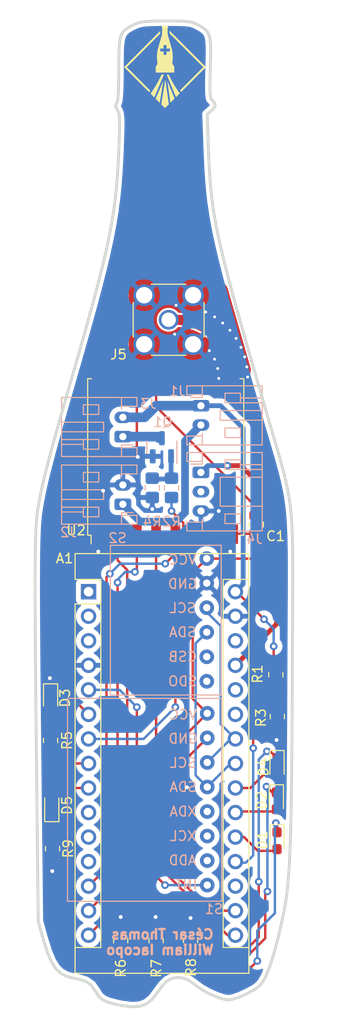
<source format=kicad_pcb>
(kicad_pcb (version 20211014) (generator pcbnew)
  (layers (0 "F.Cu" signal) (31 "B.Cu" signal) (34 "B.Paste" user) (35 "F.Paste" user) (36 "B.SilkS" user "B.Silkscreen") (37 "F.SilkS" user "F.Silkscreen") (38 "B.Mask" user) (39 "F.Mask" user) (44 "Edge.Cuts" user))
  (net 0 "")
  (net 4 "GND")
  (net 5 "/TE_INT")
  (net 6 "Net-(A1-Pad8)")
  (net 8 "/BUZZER")
  (net 9 "/TE_CS")
  (net 10 "/TE_MOSI")
  (net 11 "/TE_MISO")
  (net 12 "/TE_SCK")
  (net 13 "+3V3")
  (net 15 "/LED4")
  (net 16 "/LED1")
  (net 17 "/LED2")
  (net 20 "+5V")
  (net 22 "Net-(D3-Pad2)")
  (net 27 "/IMU_INT")
  (net 28 "/PYRO")
  (net 29 "/S_SDA")
  (net 30 "/S_SCL")
  (net 31 "+BATT")
  (net 32 "/BATT_SW")
  (net 33 "/PWM_1")
  (net 34 "Net-(J5-Pad1)")
  (net 35 "Net-(Q1-Pad1)")
  (net 42 "/LED3")
  (net 44 "Net-(D1-Pad1)")
  (net 45 "/V_BATT")
  (net 47 "Net-(D2-Pad1)")
  (net 48 "Net-(D4-Pad1)")
  (net 49 "Net-(D5-Pad1)")
  (net 50 "Net-(J3-Pad1)")
  (footprint "LED_SMD:LED_0603_1608Metric_Pad1.05x0.95mm_HandSolder" (layer "F.Cu") (at 162.75 126.15 -90)
    (fp_text reference "D4" (at 0.05 1.4 90) (layer "F.SilkS"))
    (fp_text value "LED")
    (pad "1" smd roundrect (at -0.875 0 270) (size 1.05 0.95) (layers "F.Cu" "F.Paste" "F.Mask") (net 48 "Net-(D4-Pad1)"))
    (pad "2" smd roundrect (at 0.875 0 270) (size 1.05 0.95) (layers "F.Cu" "F.Paste" "F.Mask") (net 42 "/LED3"))
  )
  (footprint "RF_Module:HOPERF_RFM9XW_SMD" (layer "F.Cu") (at 151.2 94.1 90)
    (fp_text reference "U2" (at -7.6 -9.3 180) (layer "F.SilkS"))
    (fp_text value "RFM95W")
    (pad "1" smd rect (at -8 -7 90) (size 2 1) (layers "F.Cu" "F.Paste" "F.Mask") (net 4 "GND"))
    (pad "2" smd rect (at -8 -5 90) (size 2 1) (layers "F.Cu" "F.Paste" "F.Mask") (net 11 "/TE_MISO"))
    (pad "3" smd rect (at -8 -3 90) (size 2 1) (layers "F.Cu" "F.Paste" "F.Mask") (net 10 "/TE_MOSI"))
    (pad "4" smd rect (at -8 -1 90) (size 2 1) (layers "F.Cu" "F.Paste" "F.Mask") (net 12 "/TE_SCK"))
    (pad "5" smd rect (at -8 1 90) (size 2 1) (layers "F.Cu" "F.Paste" "F.Mask") (net 9 "/TE_CS"))
    (pad "6" smd rect (at -8 3 90) (size 2 1) (layers "F.Cu" "F.Paste" "F.Mask"))
    (pad "7" smd rect (at -8 5 90) (size 2 1) (layers "F.Cu" "F.Paste" "F.Mask"))
    (pad "8" smd rect (at -8 7 90) (size 2 1) (layers "F.Cu" "F.Paste" "F.Mask") (net 4 "GND"))
    (pad "9" smd rect (at 8 7 90) (size 2 1) (layers "F.Cu" "F.Paste" "F.Mask") (net 34 "Net-(J5-Pad1)"))
    (pad "10" smd rect (at 8 5 90) (size 2 1) (layers "F.Cu" "F.Paste" "F.Mask") (net 4 "GND"))
    (pad "11" smd rect (at 8 3 90) (size 2 1) (layers "F.Cu" "F.Paste" "F.Mask"))
    (pad "12" smd rect (at 8 1 90) (size 2 1) (layers "F.Cu" "F.Paste" "F.Mask"))
    (pad "13" smd rect (at 8 -1 90) (size 2 1) (layers "F.Cu" "F.Paste" "F.Mask") (net 13 "+3V3"))
    (pad "14" smd rect (at 8 -3 90) (size 2 1) (layers "F.Cu" "F.Paste" "F.Mask") (net 5 "/TE_INT"))
    (pad "15" smd rect (at 8 -5 90) (size 2 1) (layers "F.Cu" "F.Paste" "F.Mask"))
    (pad "16" smd rect (at 8 -7 90) (size 2 1) (layers "F.Cu" "F.Paste" "F.Mask"))
  )
  (footprint "SanPellegrionique:shape" (layer "F.Cu") (at 156.790532 100.759776)
    (fp_text reference "G***" hide)
    (fp_text value "LOGO" hide)
    (fp_poly (pts (xy -4.51696 -51.778975) (xy -3.773784 -51.761756) (xy -3.242764 -51.720824) (xy -2.851115 -51.646607) (xy -2.526059 -51.529537) (xy -2.194812 -51.360044) (xy -2.151366 -51.335826) (xy -1.713933 -51.074635) (xy -1.389631 -50.813123) (xy -1.163781 -50.496325) (xy -1.0217 -50.069278) (xy -0.948708 -49.477017) (xy -0.930123 -48.664578) (xy -0.951264 -47.576998) (xy -0.971902 -46.920145) (xy -1.002242 -45.680407) (xy -1.002722 -44.726336) (xy -0.973864 -44.079611) (xy -0.916187 -43.761913) (xy -0.895459 -43.735182) (xy -0.670744 -43.497596) (xy -0.532855 -43.280289) (xy -0.458449 -42.992758) (xy -0.622827 -42.714285) (xy -0.821076 -42.53004) (xy -1.293859 -42.124648) (xy -1.17236 -38.815493) (xy -1.122045 -37.559575) (xy -1.063373 -36.395234) (xy -0.990358 -35.294877) (xy -0.897014 -34.230916) (xy -0.777358 -33.17576) (xy -0.625403 -32.101818) (xy -0.435165 -30.9815) (xy -0.200658 -29.787215) (xy 0.084103 -28.491374) (xy 0.425103 -27.066386) (xy 0.828327 -25.48466) (xy 1.299761 -23.718606) (xy 1.845389 -21.740634) (xy 2.471198 -19.523153) (xy 3.183171 -17.038573) (xy 3.987295 -14.259303) (xy 4.646205 -11.993221) (xy 5.150591 -10.273247) (xy 5.594805 -8.771059) (xy 5.982567 -7.453644) (xy 6.317601 -6.28799) (xy 6.603627 -5.241086) (xy 6.844367 -4.279917) (xy 7.043543 -3.371473) (xy 7.204876 -2.482741) (xy 7.332089 -1.580709) (xy 7.428903 -0.632365) (xy 7.49904 0.395305) (xy 7.54622 1.535311) (xy 7.574167 2.820666) (xy 7.586602 4.284383) (xy 7.587246 5.959474) (xy 7.579821 7.878951) (xy 7.568048 10.075826) (xy 7.55565 12.583112) (xy 7.551025 13.773239) (xy 7.537577 17.217892) (xy 7.521811 20.326254) (xy 7.502993 23.119778) (xy 7.480392 25.619915) (xy 7.453277 27.848119) (xy 7.420916 29.825842) (xy 7.382576 31.574536) (xy 7.337527 33.115653) (xy 7.285036 34.470645) (xy 7.224371 35.660966) (xy 7.154802 36.708067) (xy 7.075596 37.6334) (xy 6.98602 38.458419) (xy 6.885345 39.204575) (xy 6.772837 39.89332) (xy 6.647766 40.546107) (xy 6.635785 40.604225) (xy 6.167272 42.720089) (xy 5.709328 44.497441) (xy 5.26359 45.93065) (xy 4.8317 47.014081) (xy 4.683719 47.310342) (xy 4.391749 47.79548) (xy 4.066947 48.157838) (xy 3.611813 48.482214) (xy 2.928845 48.853407) (xy 2.882248 48.877113) (xy 2.043895 49.255458) (xy 1.327106 49.48832) (xy 0.914643 49.547746) (xy 0.327025 49.449684) (xy -0.430714 49.190108) (xy -1.241364 48.82063) (xy -1.987715 48.392863) (xy -2.414789 48.081672) (xy -3.115548 47.564976) (xy -3.716486 47.294706) (xy -4.272782 47.222535) (xy -4.890671 47.298216) (xy -5.418149 47.559903) (xy -5.928666 48.059562) (xy -6.429544 48.748426) (xy -6.993245 49.477777) (xy -7.589894 49.960461) (xy -8.284533 50.215646) (xy -9.142205 50.262499) (xy -10.227955 50.120187) (xy -10.732395 50.016421) (xy -11.573467 49.794671) (xy -12.149716 49.533247) (xy -12.553556 49.173404) (xy -12.877403 48.656398) (xy -12.880044 48.651226) (xy -13.310824 48.03569) (xy -13.90731 47.622836) (xy -14.747084 47.365243) (xy -15.077168 47.308263) (xy -15.844359 47.126587) (xy -16.475197 46.807151) (xy -17.002398 46.307628) (xy -17.458681 45.585689) (xy -17.876763 44.599006) (xy -18.289361 43.305249) (xy -18.357954 43.06371) (xy -18.821663 41.409155) (xy -18.96588 28.440845) (xy -19.006575 24.736332) (xy -19.042323 21.371449) (xy -19.073068 18.328112) (xy -19.098758 15.588236) (xy -19.119339 13.133738) (xy -19.134758 10.946535) (xy -19.144961 9.008542) (xy -19.149896 7.301676) (xy -19.149508 5.807854) (xy -19.143745 4.50899) (xy -19.132553 3.387003) (xy -19.115878 2.423808) (xy -19.093667 1.60132) (xy -19.065867 0.901458) (xy -19.032425 0.306136) (xy -18.993287 -0.202728) (xy -18.948399 -0.643219) (xy -18.897708 -1.033421) (xy -18.878487 -1.162095) (xy -18.750841 -1.930735) (xy -18.595969 -2.743293) (xy -18.405247 -3.633151) (xy -18.17005 -4.633692) (xy -17.881753 -5.778301) (xy -17.531731 -7.10036) (xy -17.11136 -8.633254) (xy -16.612013 -10.410365) (xy -16.025066 -12.465076) (xy -15.389188 -14.667606) (xy -14.568265 -17.514926) (xy -13.846824 -20.054665) (xy -13.217974 -22.320806) (xy -12.674822 -24.347334) (xy -12.210476 -26.168232) (xy -11.818044 -27.817485) (xy -11.490634 -29.329076) (xy -11.221353 -30.736988) (xy -11.003309 -32.075207) (xy -10.82961 -33.377716) (xy -10.693364 -34.678499) (xy -10.587679 -36.01154) (xy -10.505661 -37.410823) (xy -10.440419 -38.910331) (xy -10.433175 -39.104471) (xy -10.395295 -40.247344) (xy -10.380001 -41.089124) (xy -10.390162 -41.685924) (xy -10.428647 -42.093854) (xy -10.498325 -42.369024) (xy -10.602063 -42.567546) (xy -10.610876 -42.580309) (xy -10.794548 -42.934979) (xy -10.727068 -43.200143) (xy -10.682583 -43.258229) (xy -10.5945 -43.503242) (xy -10.530353 -44.012754) (xy -10.488539 -44.812511) (xy -10.467454 -45.92826) (xy -10.464085 -46.765796) (xy -10.458575 -48.04393) (xy -10.430749 -49.017428) (xy -10.363666 -49.739358) (xy -10.240382 -50.262792) (xy -10.043955 -50.640797) (xy -9.757443 -50.926445) (xy -9.363902 -51.172804) (xy -8.997654 -51.359139) (xy -8.626189 -51.526661) (xy -8.261708 -51.643117) (xy -7.829182 -51.7177) (xy -7.253585 -51.759599) (xy -6.459887 -51.778004) (xy -5.545071 -51.78205)) (layer "Edge.Cuts") (width 0.3) (fill none))
  )
  (footprint "Resistor_SMD:R_0805_2012Metric_Pad1.20x1.40mm_HandSolder" (layer "F.Cu") (at 139.25 123.45 90)
    (fp_text reference "R5" (at 0 1.7 90) (layer "F.SilkS"))
    (fp_text value "130R")
    (pad "1" smd roundrect (at -1 0 90) (size 1.2 1.4) (layers "F.Cu" "F.Paste" "F.Mask") (roundrect_rratio 0.208333) (net 6 "Net-(A1-Pad8)"))
    (pad "2" smd roundrect (at 1 0 90) (size 1.2 1.4) (layers "F.Cu" "F.Paste" "F.Mask") (roundrect_rratio 0.208333) (net 22 "Net-(D3-Pad2)"))
  )
  (footprint "Resistor_SMD:R_0805_2012Metric_Pad1.20x1.40mm_HandSolder" (layer "F.Cu") (at 162.625 116.65 -90)
    (fp_text reference "R1" (at -0.075 1.9 -90) (layer "F.SilkS"))
    (fp_text value "68k")
    (pad "1" smd roundrect (at -1 0 270) (size 1.2 1.4) (layers "F.Cu" "F.Paste" "F.Mask") (roundrect_rratio 0.208333) (net 31 "+BATT"))
    (pad "2" smd roundrect (at 1 0 270) (size 1.2 1.4) (layers "F.Cu" "F.Paste" "F.Mask") (roundrect_rratio 0.208333) (net 45 "/V_BATT"))
  )
  (footprint "LED_SMD:LED_0603_1608Metric_Pad1.05x0.95mm_HandSolder" (layer "F.Cu") (at 162.75 133.825 -90)
    (fp_text reference "D1" (at -0.05 1.525 90) (layer "F.SilkS"))
    (fp_text value "LED")
    (pad "1" smd roundrect (at -0.875 0 270) (size 1.05 0.95) (layers "F.Cu" "F.Paste" "F.Mask") (net 44 "Net-(D1-Pad1)"))
    (pad "2" smd roundrect (at 0.875 0 270) (size 1.05 0.95) (layers "F.Cu" "F.Paste" "F.Mask") (net 16 "/LED1"))
  )
  (footprint "LED_SMD:LED_0603_1608Metric_Pad1.05x0.95mm_HandSolder" (layer "F.Cu") (at 162.675 129.7 -90)
    (fp_text reference "D2" (at -0.05 1.5 90) (layer "F.SilkS"))
    (fp_text value "LED")
    (pad "1" smd roundrect (at -0.875 0 270) (size 1.05 0.95) (layers "F.Cu" "F.Paste" "F.Mask") (net 47 "Net-(D2-Pad1)"))
    (pad "2" smd roundrect (at 0.875 0 270) (size 1.05 0.95) (layers "F.Cu" "F.Paste" "F.Mask") (net 17 "/LED2"))
  )
  (footprint "Resistor_SMD:R_0805_2012Metric_Pad1.20x1.40mm_HandSolder" (layer "F.Cu") (at 153.775 144.15 90)
    (fp_text reference "R8" (at -2.8 0.05 90) (layer "F.SilkS"))
    (fp_text value "220")
    (pad "1" smd roundrect (at -1 0 90) (size 1.2 1.4) (layers "F.Cu" "F.Paste" "F.Mask") (roundrect_rratio 0.208333) (net 48 "Net-(D4-Pad1)"))
    (pad "2" smd roundrect (at 1 0 90) (size 1.2 1.4) (layers "F.Cu" "F.Paste" "F.Mask") (roundrect_rratio 0.208333) (net 4 "GND"))
  )
  (footprint "LED_SMD:LED_0603_1608Metric_Pad1.05x0.95mm_HandSolder" (layer "F.Cu") (at 139.375 130.2 90)
    (fp_text reference "D5" (at 0.025 1.575 90) (layer "F.SilkS"))
    (fp_text value "LED")
    (pad "1" smd roundrect (at -0.875 0 90) (size 1.05 0.95) (layers "F.Cu" "F.Paste" "F.Mask") (net 49 "Net-(D5-Pad1)"))
    (pad "2" smd roundrect (at 0.875 0 90) (size 1.05 0.95) (layers "F.Cu" "F.Paste" "F.Mask") (net 15 "/LED4"))
  )
  (footprint "Connector_Coaxial:SMA_Wurth_60312002114503_Vertical" (layer "F.Cu") (at 151.5 79.9)
    (fp_text reference "J5" (at -5.2 3.6) (layer "F.SilkS"))
    (fp_text value "Conn_Coaxial")
    (pad "1" thru_hole circle (at 0 0) (size 2.05 2.05) (drill 1.5) (layers *.Cu *.Mask) (net 34 "Net-(J5-Pad1)"))
    (pad "2" thru_hole circle (at -2.54 2.54) (size 2.25 2.25) (drill 1.7) (layers *.Cu *.Mask) (net 4 "GND"))
    (pad "2" thru_hole circle (at 2.54 -2.54) (size 2.25 2.25) (drill 1.7) (layers *.Cu *.Mask) (net 4 "GND"))
    (pad "2" thru_hole circle (at -2.54 -2.54) (size 2.25 2.25) (drill 1.7) (layers *.Cu *.Mask) (net 4 "GND"))
    (pad "2" thru_hole circle (at 2.54 2.54) (size 2.25 2.25) (drill 1.7) (layers *.Cu *.Mask) (net 4 "GND"))
  )
  (footprint "Resistor_SMD:R_0805_2012Metric_Pad1.20x1.40mm_HandSolder" (layer "F.Cu") (at 146.525 144.175 90)
    (fp_text reference "R6" (at -2.85 0 90) (layer "F.SilkS"))
    (fp_text value "220")
    (pad "1" smd roundrect (at -1 0 90) (size 1.2 1.4) (layers "F.Cu" "F.Paste" "F.Mask") (roundrect_rratio 0.208333) (net 44 "Net-(D1-Pad1)"))
    (pad "2" smd roundrect (at 1 0 90) (size 1.2 1.4) (layers "F.Cu" "F.Paste" "F.Mask") (roundrect_rratio 0.208333) (net 4 "GND"))
  )
  (footprint "Module:Arduino_Nano" (layer "F.Cu") (at 143.19 108.05)
    (fp_text reference "A1" (at -2.49 -3.45) (layer "F.SilkS"))
    (fp_text value "Arduino_Nano_v3.x")
    (pad "1" thru_hole rect (at 0 0) (size 1.6 1.6) (drill 1) (layers *.Cu *.Mask))
    (pad "2" thru_hole oval (at 0 2.54) (size 1.6 1.6) (drill 1) (layers *.Cu *.Mask))
    (pad "3" thru_hole oval (at 0 5.08) (size 1.6 1.6) (drill 1) (layers *.Cu *.Mask))
    (pad "4" thru_hole oval (at 0 7.62) (size 1.6 1.6) (drill 1) (layers *.Cu *.Mask) (net 4 "GND"))
    (pad "5" thru_hole oval (at 0 10.16) (size 1.6 1.6) (drill 1) (layers *.Cu *.Mask) (net 27 "/IMU_INT"))
    (pad "6" thru_hole oval (at 0 12.7) (size 1.6 1.6) (drill 1) (layers *.Cu *.Mask) (net 5 "/TE_INT"))
    (pad "7" thru_hole oval (at 0 15.24) (size 1.6 1.6) (drill 1) (layers *.Cu *.Mask) (net 28 "/PYRO"))
    (pad "8" thru_hole oval (at 0 17.78) (size 1.6 1.6) (drill 1) (layers *.Cu *.Mask) (net 6 "Net-(A1-Pad8)"))
    (pad "9" thru_hole oval (at 0 20.32) (size 1.6 1.6) (drill 1) (layers *.Cu *.Mask) (net 15 "/LED4"))
    (pad "10" thru_hole oval (at 0 22.86) (size 1.6 1.6) (drill 1) (layers *.Cu *.Mask))
    (pad "11" thru_hole oval (at 0 25.4) (size 1.6 1.6) (drill 1) (layers *.Cu *.Mask))
    (pad "12" thru_hole oval (at 0 27.94) (size 1.6 1.6) (drill 1) (layers *.Cu *.Mask) (net 8 "/BUZZER"))
    (pad "13" thru_hole oval (at 0 30.48) (size 1.6 1.6) (drill 1) (layers *.Cu *.Mask) (net 9 "/TE_CS"))
    (pad "14" thru_hole oval (at 0 33.02) (size 1.6 1.6) (drill 1) (layers *.Cu *.Mask) (net 10 "/TE_MOSI"))
    (pad "15" thru_hole oval (at 0 35.56) (size 1.6 1.6) (drill 1) (layers *.Cu *.Mask) (net 11 "/TE_MISO"))
    (pad "16" thru_hole oval (at 15.24 35.56) (size 1.6 1.6) (drill 1) (layers *.Cu *.Mask) (net 12 "/TE_SCK"))
    (pad "17" thru_hole oval (at 15.24 33.02) (size 1.6 1.6) (drill 1) (layers *.Cu *.Mask) (net 13 "+3V3"))
    (pad "18" thru_hole oval (at 15.24 30.48) (size 1.6 1.6) (drill 1) (layers *.Cu *.Mask))
    (pad "19" thru_hole oval (at 15.24 27.94) (size 1.6 1.6) (drill 1) (layers *.Cu *.Mask) (net 45 "/V_BATT"))
    (pad "20" thru_hole oval (at 15.24 25.4) (size 1.6 1.6) (drill 1) (layers *.Cu *.Mask) (net 16 "/LED1"))
    (pad "21" thru_hole oval (at 15.24 22.86) (size 1.6 1.6) (drill 1) (layers *.Cu *.Mask) (net 17 "/LED2"))
    (pad "22" thru_hole oval (at 15.24 20.32) (size 1.6 1.6) (drill 1) (layers *.Cu *.Mask) (net 42 "/LED3"))
    (pad "23" thru_hole oval (at 15.24 17.78) (size 1.6 1.6) (drill 1) (layers *.Cu *.Mask) (net 29 "/S_SDA"))
    (pad "24" thru_hole oval (at 15.24 15.24) (size 1.6 1.6) (drill 1) (layers *.Cu *.Mask) (net 30 "/S_SCL"))
    (pad "25" thru_hole oval (at 15.24 12.7) (size 1.6 1.6) (drill 1) (layers *.Cu *.Mask))
    (pad "26" thru_hole oval (at 15.24 10.16) (size 1.6 1.6) (drill 1) (layers *.Cu *.Mask))
    (pad "27" thru_hole oval (at 15.24 7.62) (size 1.6 1.6) (drill 1) (layers *.Cu *.Mask) (net 20 "+5V"))
    (pad "28" thru_hole oval (at 15.24 5.08) (size 1.6 1.6) (drill 1) (layers *.Cu *.Mask))
    (pad "29" thru_hole oval (at 15.24 2.54) (size 1.6 1.6) (drill 1) (layers *.Cu *.Mask) (net 4 "GND"))
    (pad "30" thru_hole oval (at 15.24 0) (size 1.6 1.6) (drill 1) (layers *.Cu *.Mask) (net 31 "+BATT"))
  )
  (footprint "Resistor_SMD:R_0805_2012Metric_Pad1.20x1.40mm_HandSolder" (layer "F.Cu") (at 162.775 120.975 -90)
    (fp_text reference "R3" (at 0.125 1.7 -90) (layer "F.SilkS"))
    (fp_text value "20k")
    (pad "1" smd roundrect (at -1 0 270) (size 1.2 1.4) (layers "F.Cu" "F.Paste" "F.Mask") (roundrect_rratio 0.208333) (net 45 "/V_BATT"))
    (pad "2" smd roundrect (at 1 0 270) (size 1.2 1.4) (layers "F.Cu" "F.Paste" "F.Mask") (roundrect_rratio 0.208333) (net 4 "GND"))
  )
  (footprint "LED_SMD:LED_0603_1608Metric" (layer "F.Cu") (at 139.25 119.075 -90)
    (fp_text reference "D3" (at -0.025 -1.5 90) (layer "F.SilkS"))
    (fp_text value "ST_LED")
    (pad "1" smd roundrect (at -0.7875 0 270) (size 0.875 0.95) (layers "F.Cu" "F.Paste" "F.Mask") (net 4 "GND"))
    (pad "2" smd roundrect (at 0.7875 0 270) (size 0.875 0.95) (layers "F.Cu" "F.Paste" "F.Mask") (net 22 "Net-(D3-Pad2)"))
  )
  (footprint "Resistor_SMD:R_0805_2012Metric_Pad1.20x1.40mm_HandSolder" (layer "F.Cu") (at 139.45 134.65 -90)
    (fp_text reference "R9" (at 0 -1.625 90) (layer "F.SilkS"))
    (fp_text value "220")
    (pad "1" smd roundrect (at -1 0 270) (size 1.2 1.4) (layers "F.Cu" "F.Paste" "F.Mask") (roundrect_rratio 0.208333) (net 49 "Net-(D5-Pad1)"))
    (pad "2" smd roundrect (at 1 0 270) (size 1.2 1.4) (layers "F.Cu" "F.Paste" "F.Mask") (roundrect_rratio 0.208333) (net 4 "GND"))
  )
  (footprint "Capacitor_SMD:C_0805_2012Metric" (layer "F.Cu") (at 160.6 101.1 -90)
    (fp_text reference "C1" (at 1.2 -2 180) (layer "F.SilkS"))
    (fp_text value "100n")
    (pad "1" smd roundrect (at -0.95 0 270) (size 1 1.45) (layers "F.Cu" "F.Paste" "F.Mask") (net 13 "+3V3"))
    (pad "2" smd roundrect (at 0.95 0 270) (size 1 1.45) (layers "F.Cu" "F.Paste" "F.Mask") (net 4 "GND"))
  )
  (footprint "Resistor_SMD:R_0805_2012Metric_Pad1.20x1.40mm_HandSolder" (layer "F.Cu") (at 150.2 144.175 90)
    (fp_text reference "R7" (at -2.875 0.025 90) (layer "F.SilkS"))
    (fp_text value "220")
    (pad "1" smd roundrect (at -1 0 90) (size 1.2 1.4) (layers "F.Cu" "F.Paste" "F.Mask") (roundrect_rratio 0.208333) (net 47 "Net-(D2-Pad1)"))
    (pad "2" smd roundrect (at 1 0 90) (size 1.2 1.4) (layers "F.Cu" "F.Paste" "F.Mask") (roundrect_rratio 0.208333) (net 4 "GND"))
  )
  (footprint "Library:sanpel" (layer "F.Cu") (at 151.125 53.75)
    (fp_text reference "G***" hide)
    (fp_text value "LOGO" hide)
  )
  (footprint "Connector_JST:JST_PH_S2B-PH-K_1x02_P2.00mm_Horizontal" (layer "B.Cu") (at 146.75 92 90)
    (fp_text reference "J3" (at 3.4 2.65 180) (layer "B.SilkS") (effects (justify mirror)))
    (fp_text value "Pyro")
    (pad "1" thru_hole roundrect (at 0 0 90) (size 1.2 1.75) (drill 0.75) (layers *.Cu *.Mask) (roundrect_rratio 0.208333) (net 50 "Net-(J3-Pad1)"))
    (pad "2" thru_hole oval (at 2 0 90) (size 1.2 1.75) (drill 0.75) (layers *.Cu *.Mask) (net 31 "+BATT"))
  )
  (footprint "Connector_JST:JST_PH_S2B-PH-K_1x02_P2.00mm_Horizontal" (layer "B.Cu") (at 146.75 99 90)
    (fp_text reference "J2" (at -2.9 -5.65) (layer "B.SilkS") (effects (justify mirror)))
    (fp_text value "Battery")
    (pad "1" thru_hole roundrect (at 0 0 90) (size 1.2 1.75) (drill 0.75) (layers *.Cu *.Mask) (roundrect_rratio 0.208333) (net 32 "/BATT_SW"))
    (pad "2" thru_hole oval (at 2 0 90) (size 1.2 1.75) (drill 0.75) (layers *.Cu *.Mask) (net 4 "GND"))
  )
  (footprint "SanPellegrionique:MPU_6050_Breakout" (layer "B.Cu") (at 157.005 119.095 -90)
    (fp_text reference "S1" (at 21.805 0.805 180) (layer "B.SilkS") (effects (justify mirror)))
    (fp_text value "MPU-6050_Breakout_3886")
    (fp_text user "SCL" (at 6.67 4) (layer "B.SilkS") (effects (justify mirror)))
    (fp_text user "SDA" (at 9.17 4) (layer "B.SilkS") (effects (justify mirror)))
    (fp_text user "XCL" (at 14.25 4) (layer "B.SilkS") (effects (justify mirror)))
    (fp_text user "INT" (at 19.304 3.683) (layer "B.SilkS") (effects (justify mirror)))
    (fp_text user "GND" (at 4.17 4) (layer "B.SilkS") (effects (justify mirror)))
    (fp_text user "XDA" (at 11.71 4) (layer "B.SilkS") (effects (justify mirror)))
    (fp_text user "ADD" (at 16.764 4.064) (layer "B.SilkS") (effects (justify mirror)))
    (fp_text user "VCC" (at 1.67 4) (layer "B.SilkS") (effects (justify mirror)))
    (pad "1" thru_hole circle (at 1.55 1.5 270) (size 1.524 1.524) (drill 0.762) (layers *.Cu *.Mask) (net 13 "+3V3"))
    (pad "2" thru_hole circle (at 4.09 1.5 270) (size 1.524 1.524) (drill 0.762) (layers *.Cu *.Mask) (net 4 "GND"))
    (pad "3" thru_hole circle (at 6.63 1.5 270) (size 1.524 1.524) (drill 0.762) (layers *.Cu *.Mask) (net 30 "/S_SCL"))
    (pad "4" thru_hole circle (at 9.17 1.5 270) (size 1.524 1.524) (drill 0.762) (layers *.Cu *.Mask) (net 29 "/S_SDA"))
    (pad "5" thru_hole circle (at 11.71 1.5 270) (size 1.524 1.524) (drill 0.762) (layers *.Cu *.Mask))
    (pad "6" thru_hole circle (at 14.25 1.5 270) (size 1.524 1.524) (drill 0.762) (layers *.Cu *.Mask))
    (pad "7" thru_hole circle (at 16.79 1.5 270) (size 1.524 1.524) (drill 0.762) (layers *.Cu *.Mask))
    (pad "8" thru_hole circle (at 19.33 1.5 270) (size 1.524 1.524) (drill 0.762) (layers *.Cu *.Mask) (net 27 "/IMU_INT"))
  )
  (footprint "Connector_JST:JST_PH_S2B-PH-K_1x02_P2.00mm_Horizontal" (layer "B.Cu") (at 154.85 88.8 -90)
    (fp_text reference "J1" (at -1.5 2.45 180) (layer "B.SilkS") (effects (justify mirror)))
    (fp_text value "ARM_SW")
    (pad "1" thru_hole roundrect (at 0 0 270) (size 1.2 1.75) (drill 0.75) (layers *.Cu *.Mask) (roundrect_rratio 0.208333) (net 31 "+BATT"))
    (pad "2" thru_hole oval (at 2 0 270) (size 1.2 1.75) (drill 0.75) (layers *.Cu *.Mask) (net 32 "/BATT_SW"))
  )
  (footprint "Package_TO_SOT_SMD:SOT-23" (layer "B.Cu") (at 150.8 93.1 90)
    (fp_text reference "Q1" (at 2.6 0.1 180) (layer "B.SilkS") (effects (justify mirror)))
    (fp_text value "DMG3406L")
    (pad "1" smd roundrect (at -0.9375 0.95 90) (size 1.475 0.6) (layers "B.Cu" "B.Paste" "B.Mask") (net 35 "Net-(Q1-Pad1)"))
    (pad "2" smd roundrect (at -0.9375 -0.95 90) (size 1.475 0.6) (layers "B.Cu" "B.Paste" "B.Mask") (net 4 "GND"))
    (pad "3" smd roundrect (at 0.9375 0 90) (size 1.475 0.6) (layers "B.Cu" "B.Paste" "B.Mask") (net 50 "Net-(J3-Pad1)"))
  )
  (footprint "Resistor_SMD:R_0805_2012Metric_Pad1.20x1.40mm_HandSolder" (layer "B.Cu") (at 151.8 97.3 90)
    (fp_text reference "R2" (at -3.5 0) (layer "B.SilkS") (effects (justify mirror)))
    (fp_text value "470R")
    (pad "1" smd roundrect (at -1 0 90) (size 1.2 1.4) (layers "B.Cu" "B.Paste" "B.Mask") (roundrect_rratio 0.208333) (net 28 "/PYRO"))
    (pad "2" smd roundrect (at 1 0 90) (size 1.2 1.4) (layers "B.Cu" "B.Paste" "B.Mask") (roundrect_rratio 0.208333) (net 35 "Net-(Q1-Pad1)"))
  )
  (footprint "SanPellegrionique:BMP_280_Breakout" (layer "B.Cu") (at 156.955 103.245 -90)
    (fp_text reference "S2" (at -0.745 10.755 180) (layer "B.SilkS") (effects (justify mirror)))
    (fp_text value "BMP280_Breakout_2651")
    (fp_text user "SDO" (at 14.08 4) (layer "B.SilkS") (effects (justify mirror)))
    (fp_text user "SDA" (at 9 4) (layer "B.SilkS") (effects (justify mirror)))
    (fp_text user "SCL" (at 6.5 4) (layer "B.SilkS") (effects (justify mirror)))
    (fp_text user "CSB" (at 11.54 4) (layer "B.SilkS") (effects (justify mirror)))
    (fp_text user "GND" (at 4 4) (layer "B.SilkS") (effects (justify mirror)))
    (fp_text user "VCC" (at 1.5 4) (layer "B.SilkS") (effects (justify mirror)))
    (pad "1" thru_hole circle (at 1.38 1.5 270) (size 1.524 1.524) (drill 0.762) (layers *.Cu *.Mask) (net 13 "+3V3"))
    (pad "2" thru_hole circle (at 3.92 1.5 270) (size 1.524 1.524) (drill 0.762) (layers *.Cu *.Mask) (net 4 "GND"))
    (pad "3" thru_hole circle (at 6.46 1.5 270) (size 1.524 1.524) (drill 0.762) (layers *.Cu *.Mask) (net 30 "/S_SCL"))
    (pad "4" thru_hole circle (at 9 1.5 270) (size 1.524 1.524) (drill 0.762) (layers *.Cu *.Mask) (net 29 "/S_SDA"))
    (pad "5" thru_hole circle (at 11.54 1.5 270) (size 1.524 1.524) (drill 0.762) (layers *.Cu *.Mask))
    (pad "6" thru_hole circle (at 14.08 1.5 270) (size 1.524 1.524) (drill 0.762) (layers *.Cu *.Mask))
  )
  (footprint "Connector_JST:JST_PH_S3B-PH-K_1x03_P2.00mm_Horizontal" (layer "B.Cu") (at 154.85 95.7 -90)
    (fp_text reference "J4" (at 6.9 -5.55 180) (layer "B.SilkS") (effects (justify mirror)))
    (fp_text value "Servo")
    (pad "1" thru_hole roundrect (at 0 0 270) (size 1.2 1.75) (drill 0.75) (layers *.Cu *.Mask) (roundrect_rratio 0.208333) (net 20 "+5V"))
    (pad "2" thru_hole oval (at 2 0 270) (size 1.2 1.75) (drill 0.75) (layers *.Cu *.Mask) (net 33 "/PWM_1"))
    (pad "3" thru_hole oval (at 4 0 270) (size 1.2 1.75) (drill 0.75) (layers *.Cu *.Mask) (net 4 "GND"))
  )
  (footprint "Resistor_SMD:R_0805_2012Metric_Pad1.20x1.40mm_HandSolder" (layer "B.Cu") (at 149.8 97.3 -90)
    (fp_text reference "R4" (at 3.5 0 180) (layer "B.SilkS") (effects (justify mirror)))
    (fp_text value "10k")
    (pad "1" smd roundrect (at -1 0 270) (size 1.2 1.4) (layers "B.Cu" "B.Paste" "B.Mask") (roundrect_rratio 0.208333) (net 35 "Net-(Q1-Pad1)"))
    (pad "2" smd roundrect (at 1 0 270) (size 1.2 1.4) (layers "B.Cu" "B.Paste" "B.Mask") (roundrect_rratio 0.208333) (net 4 "GND"))
  )
  (gr_text "SanPellegrionique\nApr. 2022\nLucas Pallez" (at 151 75.4 90) (layer "F.Cu") (effects (font (size 1.4 1.4) (thickness 0.3)) (justify left)))
  (gr_text "César Thomas\nWilliam Iacopo" (at 156.3 144.325) (layer "B.SilkS") (effects (font (size 1 1) (thickness 0.25)) (justify left mirror)))
  (segment (start 146.525 141.725) (end 146.525 143.175) (width 0.25) (layer "F.Cu") (net 4))
  (segment (start 150.2 143.175) (end 150.2 141.775) (width 0.25) (layer "F.Cu") (net 4))
  (segment (start 160.6 102.05) (end 158.25 102.05) (width 0.25) (layer "F.Cu") (net 4))
  (segment (start 162.775 123.325) (end 162.775 121.975) (width 0.25) (layer "F.Cu") (net 4))
  (segment (start 158.2 103.6) (end 158.2 102.1) (width 0.25) (layer "F.Cu") (net 4))
  (segment (start 139.45 136.95) (end 139.425 136.975) (width 0.25) (layer "F.Cu") (net 4))
  (segment (start 144.2 103.9) (end 144.2 102.1) (width 0.25) (layer "F.Cu") (net 4))
  (segment (start 158.25 102.05) (end 158.2 102.1) (width 0.25) (layer "F.Cu") (net 4))
  (segment (start 155.505 123.185) (end 153.4 125.29) (width 0.25) (layer "F.Cu") (net 4))
  (segment (start 157.9 103.9) (end 158.2 103.6) (width 0.25) (layer "F.Cu") (net 4))
  (segment (start 153.775 141.825) (end 153.775 143.15) (width 0.25) (layer "F.Cu") (net 4))
  (segment (start 139.25 118.2875) (end 139.25 117.075) (width 0.25) (layer "F.Cu") (net 4))
  (segment (start 139.45 135.65) (end 139.45 136.95) (width 0.25) (layer "F.Cu") (net 4))
  (segment (start 153.4 125.29) (end 153.4 128.3) (width 0.25) (layer "F.Cu") (net 4))
  (segment (start 162.7 123.4) (end 162.775 123.325) (width 0.25) (layer "F.Cu") (net 4))
  (segment (start 150.2 141.775) (end 150.15 141.725) (width 0.25) (layer "F.Cu") (net 4))
  (segment (start 139.25 117.075) (end 139.175 117) (width 0.25) (layer "F.Cu") (net 4))
  (via (at 153.775 141.825) (size 0.8) (drill 0.4) (layers "F.Cu" "B.Cu") (net 4))
  (via (at 157.9 103.9) (size 0.8) (drill 0.4) (layers "F.Cu" "B.Cu") (net 4))
  (via (at 144.2 103.9) (size 0.8) (drill 0.4) (layers "F.Cu" "B.Cu") (net 4))
  (via (at 148.3 94.1) (size 0.8) (drill 0.4) (layers "F.Cu" "B.Cu") (net 4))
  (via (at 159.607744 84.774084) (size 0.45) (drill 0.3) (layers "F.Cu" "B.Cu") (net 4))
  (via (at 157.859626 80.987154) (size 0.45) (drill 0.3) (layers "F.Cu" "B.Cu") (net 4))
  (via (at 150.15 141.725) (size 0.8) (drill 0.4) (layers "F.Cu" "B.Cu") (net 4))
  (via (at 156.7 99.7) (size 0.8) (drill 0.4) (layers "F.Cu" "B.Cu") (net 4))
  (via (at 158.496034 81.829835) (size 0.45) (drill 0.3) (layers "F.Cu" "B.Cu") (net 4))
  (via (at 159.382745 83.742098) (size 0.45) (drill 0.3) (layers "F.Cu" "B.Cu") (net 4))
  (via (at 152.1264 81.398194) (size 0.45) (drill 0.3) (layers "F.Cu" "B.Cu") (net 4))
  (via (at 146.525 141.725) (size 0.8) (drill 0.4) (layers "F.Cu" "B.Cu") (net 4))
  (via (at 139.175 117) (size 0.8) (drill 0.4) (layers "F.Cu" "B.Cu") (net 4))
  (via (at 159.698193 85.826397) (size 0.45) (drill 0.3) (layers "F.Cu" "B.Cu") (net 4))
  (via (at 156.593902 84.951163) (size 0.45) (drill 0.3) (layers "F.Cu" "B.Cu") (net 4))
  (via (at 144.7 97.6) (size 0.8) (drill 0.4) (layers "F.Cu" "B.Cu") (net 4))
  (via (at 149.8 99.5) (size 0.8) (drill 0.4) (layers "F.Cu" "B.Cu") (net 4))
  (via (at 155.34309 79.098007) (size 0.45) (drill 0.3) (layers "F.Cu" "B.Cu") (net 4))
  (via (at 152.2736 78.401808) (size 0.45) (drill 0.3) (layers "F.Cu" "B.Cu") (net 4))
  (via (at 162.7 123.4) (size 0.8) (drill 0.4) (layers "F.Cu" "B.Cu") (net 4))
  (via (at 153.4 128.3) (size 0.8) (drill 0.4) (layers "F.Cu" "B.Cu") (net 4))
  (via (at 157.112843 80.240371) (size 0.45) (drill 0.3) (layers "F.Cu" "B.Cu") (net 4))
  (via (at 155.720985 83.105486) (size 0.45) (drill 0.3) (layers "F.Cu" "B.Cu") (net 4))
  (via (at 156.261439 83.979139) (size 0.45) (drill 0.3) (layers "F.Cu" "B.Cu") (net 4))
  (via (at 139.425 136.975) (size 0.8) (drill 0.4) (layers "F.Cu" "B.Cu") (net 4))
  (via (at 159.00199 82.756907) (size 0.45) (drill 0.3) (layers "F.Cu" "B.Cu") (net 4))
  (via (at 156.270162 79.603963) (size 0.45) (drill 0.3) (layers "F.Cu" "B.Cu") (net 4))
  (via (at 156.701807 85.973603) (size 0.45) (drill 0.3) (layers "F.Cu" "B.Cu") (net 4))
  (segment (start 156.7 99.7) (end 154.85 99.7) (width 0.25) (layer "B.Cu") (net 4))
  (segment (start 149.8 99.5) (end 149.8 98.2125) (width 0.25) (layer "B.Cu") (net 4))
  (segment (start 145.3 97) (end 144.7 97.6) (width 0.25) (layer "B.Cu") (net 4))
  (segment (start 148.3625 94.0375) (end 149.85 94.0375) (width 0.25) (layer "B.Cu") (net 4))
  (segment (start 148.3 94.1) (end 148.3625 94.0375) (width 0.25) (layer "B.Cu") (net 4))
  (segment (start 158.43 110.14) (end 158.43 110.59) (width 0.25) (layer "B.Cu") (net 4))
  (segment (start 146.65 97) (end 145.3 97) (width 0.25) (layer "B.Cu") (net 4))
  (segment (start 143.19 120.75) (end 141.175 118.735) (width 0.25) (layer "F.Cu") (net 5))
  (segment (start 141.175 118.735) (end 141.175 100.025) (width 0.25) (layer "F.Cu") (net 5))
  (segment (start 141.175 100.025) (end 148.2 93) (width 0.25) (layer "F.Cu") (net 5))
  (segment (start 148.2 93) (end 148.2 86.1) (width 0.25) (layer "F.Cu") (net 5))
  (segment (start 143.19 125.83) (end 140.63 125.83) (width 0.25) (layer "F.Cu") (net 6))
  (segment (start 140.63 125.83) (end 139.25 124.45) (width 0.25) (layer "F.Cu") (net 6))
  (segment (start 145.05 106.55) (end 145.05 136.67) (width 0.25) (layer "F.Cu") (net 9))
  (segment (start 145.05 136.67) (end 143.19 138.53) (width 0.25) (layer "F.Cu") (net 9))
  (segment (start 152.2 104.10096) (end 152.2 102.1) (width 0.25) (layer "F.Cu") (net 9))
  (segment (start 145.4 106.2) (end 145.05 106.55) (width 0.25) (layer "F.Cu") (net 9))
  (segment (start 151.15048 105.15048) (end 152.2 104.10096) (width 0.25) (layer "F.Cu") (net 9))
  (via (at 151.15048 105.15048) (size 0.8) (drill 0.4) (layers "F.Cu" "B.Cu") (net 9))
  (via (at 145.4 106.2) (size 0.8) (drill 0.4) (layers "F.Cu" "B.Cu") (net 9))
  (segment (start 146.44952 105.15048) (end 151.15048 105.15048) (width 0.25) (layer "B.Cu") (net 9))
  (segment (start 145.4 106.2) (end 146.44952 105.15048) (width 0.25) (layer "B.Cu") (net 9))
  (segment (start 146.2 107.1) (end 146.2 138.06) (width 0.25) (layer "F.Cu") (net 10))
  (segment (start 148 106) (end 148.2 105.8) (width 0.25) (layer "F.Cu") (net 10))
  (segment (start 146.2 138.06) (end 143.19 141.07) (width 0.25) (layer "F.Cu") (net 10))
  (segment (start 148.2 105.8) (end 148.2 102.1) (width 0.25) (layer "F.Cu") (net 10))
  (via (at 146.2 107.1) (size 0.8) (drill 0.4) (layers "F.Cu" "B.Cu") (net 10))
  (via (at 148 106) (size 0.8) (drill 0.4) (layers "F.Cu" "B.Cu") (net 10))
  (segment (start 146.2 106.8) (end 147 106) (width 0.25) (layer "B.Cu") (net 10))
  (segment (start 146.2 107.1) (end 146.2 106.8) (width 0.25) (layer "B.Cu") (net 10))
  (segment (start 147 106) (end 148 106) (width 0.25) (layer "B.Cu") (net 10))
  (segment (start 143.19 143.61) (end 147.2 139.6) (width 0.25) (layer "F.Cu") (net 11))
  (segment (start 147.2 105.8) (end 146.2 104.8) (width 0.25) (layer "F.Cu") (net 11))
  (segment (start 147.2 139.6) (end 147.2 105.8) (width 0.25) (layer "F.Cu") (net 11))
  (segment (start 146.2 104.8) (end 146.2 102.1) (width 0.25) (layer "F.Cu") (net 11))
  (segment (start 157.61 143.61) (end 150.2 136.2) (width 0.25) (layer "F.Cu") (net 12))
  (segment (start 150.2 136.2) (end 150.2 102.1) (width 0.25) (layer "F.Cu") (net 12))
  (segment (start 158.43 143.61) (end 157.61 143.61) (width 0.25) (layer "F.Cu") (net 12))
  (segment (start 152.3 137.5) (end 155.87 141.07) (width 0.25) (layer "F.Cu") (net 13))
  (segment (start 160.6 100.15) (end 161.9 101.45) (width 0.25) (layer "F.Cu") (net 13))
  (segment (start 161.9 101.45) (end 161.9 103.1) (width 0.25) (layer "F.Cu") (net 13))
  (segment (start 154 119.14) (end 155.505 120.645) (width 0.25) (layer "F.Cu") (net 13))
  (segment (start 152.3 123.85) (end 152.3 137.5) (width 0.25) (layer "F.Cu") (net 13))
  (segment (start 150.2 88.9) (end 160.6 99.3) (width 0.25) (layer "F.Cu") (net 13))
  (segment (start 160.6 99.3) (end 160.6 100.15) (width 0.25) (layer "F.Cu") (net 13))
  (segment (start 155.505 120.645) (end 152.3 123.85) (width 0.25) (layer "F.Cu") (net 13))
  (segment (start 161.9 103.1) (end 160.375 104.625) (width 0.25) (layer "F.Cu") (net 13))
  (segment (start 154 106.08) (end 154 119.14) (width 0.25) (layer "F.Cu") (net 13))
  (segment (start 155.87 141.07) (end 158.43 141.07) (width 0.25) (layer "F.Cu") (net 13))
  (segment (start 150.2 86.1) (end 150.2 88.9) (width 0.25) (layer "F.Cu") (net 13))
  (segment (start 160.375 104.625) (end 155.455 104.625) (width 0.25) (layer "F.Cu") (net 13))
  (segment (start 155.455 104.625) (end 154 106.08) (width 0.25) (layer "F.Cu") (net 13))
  (segment (start 143.19 128.37) (end 140.33 128.37) (width 0.25) (layer "F.Cu") (net 15))
  (segment (start 140.33 128.37) (end 139.375 129.325) (width 0.25) (layer "F.Cu") (net 15))
  (segment (start 159.325 133.45) (end 160.75 134.875) (width 0.25) (layer "F.Cu") (net 16))
  (segment (start 162.575 134.875) (end 162.75 134.7) (width 0.25) (layer "F.Cu") (net 16))
  (segment (start 158.43 133.45) (end 159.325 133.45) (width 0.25) (layer "F.Cu") (net 16))
  (segment (start 160.75 134.875) (end 162.575 134.875) (width 0.25) (layer "F.Cu") (net 16))
  (segment (start 158.43 130.91) (end 158.54 130.8) (width 0.25) (layer "F.Cu") (net 17))
  (segment (start 158.54 130.8) (end 162.65 130.8) (width 0.25) (layer "F.Cu") (net 17))
  (segment (start 159 95) (end 162.7 98.7) (width 0.5) (layer "F.Cu") (net 20))
  (segment (start 162.7 98.7) (end 162.7 111.4) (width 0.5) (layer "F.Cu") (net 20))
  (segment (start 157.6 95) (end 159 95) (width 0.5) (layer "F.Cu") (net 20))
  (segment (start 162.7 111.4) (end 158.43 115.67) (width 0.5) (layer "F.Cu") (net 20))
  (via (at 157.6 95) (size 0.8) (drill 0.4) (layers "F.Cu" "B.Cu") (net 20))
  (segment (start 157.6 95) (end 155.55 95) (width 0.5) (layer "B.Cu") (net 20))
  (segment (start 155.55 95) (end 154.85 95.7) (width 0.5) (layer "B.Cu") (net 20))
  (segment (start 139.25 119.9875) (end 139.125 119.8625) (width 0.25) (layer "F.Cu") (net 22))
  (segment (start 139.25 122.45) (end 139.25 119.9875) (width 0.25) (layer "F.Cu") (net 22))
  (segment (start 148.2 135.5) (end 148.2 120) (width 0.25) (layer "F.Cu") (net 27))
  (segment (start 151.125 138.425) (end 148.2 135.5) (width 0.25) (layer "F.Cu") (net 27))
  (via (at 151.125 138.425) (size 0.8) (drill 0.4) (layers "F.Cu" "B.Cu") (net 27))
  (via (at 148.2 120) (size 0.8) (drill 0.4) (layers "F.Cu" "B.Cu") (net 27))
  (segment (start 148.2 120) (end 146.41 118.21) (width 0.25) (layer "B.Cu") (net 27))
  (segment (start 146.41 118.21) (end 143.19 118.21) (width 0.25) (layer "B.Cu") (net 27))
  (segment (start 155.505 138.425) (end 151.125 138.425) (width 0.25) (layer "B.Cu") (net 27))
  (segment (start 152.2 105.2) (end 152.2 120) (width 0.25) (layer "F.Cu") (net 28))
  (segment (start 153.024511 104.375489) (end 152.2 105.2) (width 0.25) (layer "F.Cu") (net 28))
  (segment (start 151.8 99.7) (end 153.024511 100.924511) (width 0.25) (layer "F.Cu") (net 28))
  (segment (start 153.024511 100.924511) (end 153.024511 104.375489) (width 0.25) (layer "F.Cu") (net 28))
  (via (at 151.8 99.7) (size 0.8) (drill 0.4) (layers "F.Cu" "B.Cu") (net 28))
  (via (at 152.2 120) (size 0.8) (drill 0.4) (layers "F.Cu" "B.Cu") (net 28))
  (segment (start 148.91 123.29) (end 152.2 120) (width 0.25) (layer "B.Cu") (net 28))
  (segment (start 143.19 123.29) (end 148.91 123.29) (width 0.25) (layer "B.Cu") (net 28))
  (segment (start 151.8 99.7) (end 151.8 98.2125) (width 0.25) (layer "B.Cu") (net 28))
  (segment (start 155.505 128.265) (end 157.94 125.83) (width 0.25) (layer "B.Cu") (net 29))
  (segment (start 154.3 113.4) (end 154.3 127.06) (width 0.25) (layer "B.Cu") (net 29))
  (segment (start 154.3 127.06) (end 155.505 128.265) (width 0.25) (layer "B.Cu") (net 29))
  (segment (start 157.94 125.83) (end 158.43 125.83) (width 0.25) (layer "B.Cu") (net 29))
  (segment (start 155.455 112.245) (end 154.3 113.4) (width 0.25) (layer "B.Cu") (net 29))
  (segment (start 156.9 111.6) (end 156.9 121.76) (width 0.25) (layer "B.Cu") (net 30))
  (segment (start 155.455 110.155) (end 156.9 111.6) (width 0.25) (layer "B.Cu") (net 30))
  (segment (start 155.455 109.705) (end 155.455 110.155) (width 0.25) (layer "B.Cu") (net 30))
  (segment (start 155.505 125.725) (end 157.94 123.29) (width 0.25) (layer "B.Cu") (net 30))
  (segment (start 157.94 123.29) (end 158.43 123.29) (width 0.25) (layer "B.Cu") (net 30))
  (segment (start 156.9 121.76) (end 158.43 123.29) (width 0.25) (layer "B.Cu") (net 30))
  (segment (start 158.55 108.05) (end 158.43 108.05) (width 0.25) (layer "F.Cu") (net 31))
  (segment (start 162.4 113.7) (end 162.4 115.425) (width 0.25) (layer "F.Cu") (net 31))
  (segment (start 162.4 115.425) (end 162.625 115.65) (width 0.25) (layer "F.Cu") (net 31))
  (segment (start 161.4 110.9) (end 158.55 108.05) (width 0.25) (layer "F.Cu") (net 31))
  (via (at 162.4 113.7) (size 0.8) (drill 0.4) (layers "F.Cu" "B.Cu") (net 31))
  (via (at 161.4 110.9) (size 0.8) (drill 0.4) (layers "F.Cu" "B.Cu") (net 31))
  (segment (start 154.85 88.8) (end 154.85 88.9) (width 1) (layer "B.Cu") (net 31))
  (segment (start 159.229999 107.250001) (end 159.229999 91.129999) (width 0.5) (layer "B.Cu") (net 31))
  (segment (start 150.2 88.8) (end 149 90) (width 1) (layer "B.Cu") (net 31))
  (segment (start 149 90) (end 146.75 90) (width 1) (layer "B.Cu") (net 31))
  (segment (start 159.229999 91.129999) (end 156.9 88.8) (width 0.5) (layer "B.Cu") (net 31))
  (segment (start 156.9 88.8) (end 154.85 88.8) (width 0.5) (layer "B.Cu") (net 31))
  (segment (start 158.43 108.05) (end 159.229999 107.250001) (width 0.5) (layer "B.Cu") (net 31))
  (segment (start 150.2 88.8) (end 154.85 88.8) (width 1) (layer "B.Cu") (net 31))
  (segment (start 162.4 113.7) (end 162.4 111.9) (width 0.25) (layer "B.Cu") (net 31))
  (segment (start 162.4 111.9) (end 161.4 110.9) (width 0.25) (layer "B.Cu") (net 31))
  (segment (start 153.19952 99.855424) (end 153.19952 92.45048) (width 0.8) (layer "B.Cu") (net 32))
  (segment (start 152.255433 100.799511) (end 153.19952 99.855424) (width 0.8) (layer "B.Cu") (net 32))
  (segment (start 148.549511 100.799511) (end 152.255433 100.799511) (width 0.8) (layer "B.Cu") (net 32))
  (segment (start 146.75 99) (end 148.549511 100.799511) (width 0.8) (layer "B.Cu") (net 32))
  (segment (start 153.19952 92.45048) (end 154.85 90.8) (width 0.8) (layer "B.Cu") (net 32))
  (segment (start 158.2 85.9) (end 158.2 86.1) (width 1.05739) (layer "F.Cu") (net 34))
  (segment (start 152.2 79.9) (end 151.5 79.9) (width 1.05739) (layer "F.Cu") (net 34))
  (segment (start 151.5 79.9) (end 151.52 79.88) (width 1.05739) (layer "F.Cu") (net 34))
  (arc (start 158.2 85.9) (mid 156.44264 81.657359) (end 152.2 79.9) (width 1.05739) (layer "F.Cu") (net 34))
  (segment (start 151.75 96.3375) (end 151.8 96.3875) (width 0.25) (layer "B.Cu") (net 35))
  (segment (start 151.75 94.0375) (end 151.75 96.3375) (width 0.5) (layer "B.Cu") (net 35))
  (segment (start 149.8 96.3875) (end 151.8 96.3875) (width 0.5) (layer "B.Cu") (net 35))
  (segment (start 161.325 127.025) (end 162.75 127.025) (width 0.25) (layer "F.Cu") (net 42))
  (segment (start 159.98 128.37) (end 161.325 127.025) (width 0.25) (layer "F.Cu") (net 42))
  (segment (start 158.43 128.37) (end 159.98 128.37) (width 0.25) (layer "F.Cu") (net 42))
  (segment (start 162.625 132) (end 162.75 132.125) (width 0.25) (layer "F.Cu") (net 44))
  (segment (start 162.75 132.125) (end 162.75 132.95) (width 0.25) (layer "F.Cu") (net 44))
  (segment (start 148.425 147.075) (end 146.525 145.175) (width 0.25) (layer "F.Cu") (net 44))
  (segment (start 160.7 146.275) (end 159.9 147.075) (width 0.25) (layer "F.Cu") (net 44))
  (segment (start 159.9 147.075) (end 148.425 147.075) (width 0.25) (layer "F.Cu") (net 44))
  (via (at 160.7 146.275) (size 0.8) (drill 0.4) (layers "F.Cu" "B.Cu") (net 44))
  (via (at 162.625 132) (size 0.8) (drill 0.4) (layers "F.Cu" "B.Cu") (net 44))
  (segment (start 160.7 143.15) (end 160.7 146.275) (width 0.25) (layer "B.Cu") (net 44))
  (segment (start 162.625 132) (end 162.525 132.1) (width 0.25) (layer "B.Cu") (net 44))
  (segment (start 162.525 141.325) (end 160.7 143.15) (width 0.25) (layer "B.Cu") (net 44))
  (segment (start 162.525 132.1) (end 162.525 141.325) (width 0.25) (layer "B.Cu") (net 44))
  (segment (start 160.275 122.475) (end 160.275 124.25) (width 0.25) (layer "F.Cu") (net 45))
  (segment (start 162.625 117.65) (end 162.625 119.825) (width 0.25) (layer "F.Cu") (net 45))
  (segment (start 162.775 119.975) (end 160.275 122.475) (width 0.25) (layer "F.Cu") (net 45))
  (segment (start 162.625 119.825) (end 162.775 119.975) (width 0.25) (layer "F.Cu") (net 45))
  (via (at 160.275 124.25) (size 0.8) (drill 0.4) (layers "F.Cu" "B.Cu") (net 45))
  (segment (start 160.275 135.35) (end 159.525 136.1) (width 0.25) (layer "B.Cu") (net 45))
  (segment (start 158.54 136.1) (end 158.43 135.99) (width 0.25) (layer "B.Cu") (net 45))
  (segment (start 159.525 136.1) (end 158.54 136.1) (width 0.25) (layer "B.Cu") (net 45))
  (segment (start 160.275 124.25) (end 160.275 135.35) (width 0.25) (layer "B.Cu") (net 45))
  (segment (start 159.05 146.4) (end 151.425 146.4) (width 0.25) (layer "F.Cu") (net 47))
  (segment (start 162.65 129.05) (end 162.475 129.05) (width 0.25) (layer "F.Cu") (net 47))
  (segment (start 162.475 129.05) (end 161.65 128.225) (width 0.25) (layer "F.Cu") (net 47))
  (segment (start 161.525 143.925) (end 159.05 146.4) (width 0.25) (layer "F.Cu") (net 47))
  (segment (start 151.425 146.4) (end 150.2 145.175) (width 0.25) (layer "F.Cu") (net 47))
  (segment (start 161.75 139.075) (end 161.525 139.3) (width 0.25) (layer "F.Cu") (net 47))
  (segment (start 161.525 139.3) (end 161.525 143.925) (width 0.25) (layer "F.Cu") (net 47))
  (via (at 161.75 139.075) (size 0.8) (drill 0.4) (layers "F.Cu" "B.Cu") (net 47))
  (via (at 161.65 128.225) (size 0.8) (drill 0.4) (layers "F.Cu" "B.Cu") (net 47))
  (segment (start 161.65 128.225) (end 161.75 128.325) (width 0.25) (layer "B.Cu") (net 47))
  (segment (start 161.75 128.325) (end 161.75 139.075) (width 0.25) (layer "B.Cu") (net 47))
  (segment (start 160.85 143.8) (end 159.15 145.5) (width 0.25) (layer "F.Cu") (net 48))
  (segment (start 162.75 125.275) (end 162.05 124.575) (width 0.25) (layer "F.Cu") (net 48))
  (segment (start 154.125 145.5) (end 153.775 145.15) (width 0.25) (layer "F.Cu") (net 48))
  (segment (start 162.05 124.575) (end 161.7 124.575) (width 0.25) (layer "F.Cu") (net 48))
  (segment (start 159.15 145.5) (end 154.125 145.5) (width 0.25) (layer "F.Cu") (net 48))
  (segment (start 160.85 138.075) (end 160.85 143.8) (width 0.25) (layer "F.Cu") (net 48))
  (via (at 161.7 124.575) (size 0.8) (drill 0.4) (layers "F.Cu" "B.Cu") (net 48))
  (via (at 160.85 138.075) (size 0.8) (drill 0.4) (layers "F.Cu" "B.Cu") (net 48))
  (segment (start 160.85 125.425) (end 160.85 138.075) (width 0.25) (layer "B.Cu") (net 48))
  (segment (start 161.7 124.575) (end 160.85 125.425) (width 0.25) (layer "B.Cu") (net 48))
  (segment (start 139.375 133.575) (end 139.45 133.65) (width 0.25) (layer "F.Cu") (net 49))
  (segment (start 139.375 131.075) (end 139.375 133.575) (width 0.25) (layer "F.Cu") (net 49))
  (segment (start 146.75 92) (end 150.3375 92) (width 1) (layer "B.Cu") (net 50))
  (segment (start 150.3375 92) (end 150.5 92.1625) (width 1) (layer "B.Cu") (net 50))
  (zone (net 0) (net_name "") (layer "F.Cu") (connect_pads yes (clearance 0)) (min_thickness 0.254)
    (keepout (tracks allowed) (vias allowed) (pads not_allowed) (copperpour not_allowed) (footprints allowed))
    (fill (thermal_gap 0.508) (thermal_bridge_width 0.508))
    (polygon (pts (xy 152.015265 80.415265) (xy 151.923427 80.493047) (xy 151.82004 80.554653) (xy 151.707923 80.598401) (xy 151.590134 80.623099) (xy 151.469887 80.628072) (xy 151.350461 80.613186) (xy 151.235114 80.578845) (xy 151.126992 80.525988) (xy 151.029045 80.456055) (xy 150.943945 80.370955) (xy 150.874012 80.273008) (xy 150.821155 80.164886) (xy 150.786814 80.049539) (xy 150.771928 79.930113) (xy 150.776901 79.809866) (xy 150.801599 79.692077) (xy 150.845347 79.57996) (xy 150.906953 79.476573) (xy 150.984735 79.384735) (xy 151.004735 79.364735) (xy 151.943427 80.473047) (xy 151.84004 80.534653) (xy 151.727923 80.578401) (xy 151.610134 80.603099) (xy 151.489887 80.608072) (xy 151.370461 80.593186) (xy 151.255114 80.558845) (xy 151.146992 80.505988) (xy 151.049045 80.436055) (xy 150.963945 80.350955) (xy 150.894012 80.253008) (xy 150.841155 80.144886) (xy 150.806814 80.029539) (xy 150.791928 79.910113) (xy 150.796901 79.789866) (xy 150.821599 79.672077) (xy 150.865347 79.55996) (xy 150.926953 79.456573) (xy 150.791305 79.88) (xy 152.035265 80.395265)))
  )
  (zone (net 4) (net_name "GND") (layer "F.Cu") (connect_pads yes (clearance 0.2)) (min_thickness 0.2) (fill yes (thermal_gap 0.508) (thermal_bridge_width 0.508) (smoothing fillet) (radius 1))
    (polygon (pts (xy 157.48361 76.169603) (xy 160.38361 86.179603) (xy 156.002551 85.938064) (xy 155.212603 84.13) (xy 147.367601 84.098958) (xy 147.348328 75.699858) (xy 155.900779 75.680882)))
  )
  (zone (net 0) (net_name "") (layer "F.Cu") (connect_pads yes (clearance 0)) (min_thickness 0.254)
    (keepout (tracks allowed) (vias allowed) (pads not_allowed) (copperpour not_allowed) (footprints allowed))
    (fill (thermal_gap 0.508) (thermal_bridge_width 0.508))
    (polygon (pts (xy 157.471305 85.9) (xy 157.481244 85.780061) (xy 157.510788 85.663394) (xy 157.559132 85.55318) (xy 157.624958 85.452427) (xy 157.706469 85.363882) (xy 157.801442 85.289961) (xy 157.907287 85.232681) (xy 158.021116 85.193603) (xy 158.139825 85.173794) (xy 158.260175 85.173794) (xy 158.378884 85.193603) (xy 158.492713 85.232681) (xy 158.598558 85.289961) (xy 158.693531 85.363882) (xy 158.775042 85.452427) (xy 158.840868 85.55318) (xy 158.889212 85.663394) (xy 158.918756 85.780061) (xy 158.928695 85.9) (xy 158.928695 86.1) (xy 157.481244 85.980061) (xy 157.510788 85.863394) (xy 157.559132 85.75318) (xy 157.624958 85.652427) (xy 157.706469 85.563882) (xy 157.801442 85.489961) (xy 157.907287 85.432681) (xy 158.021116 85.393603) (xy 158.139825 85.373794) (xy 158.260175 85.373794) (xy 158.378884 85.393603) (xy 158.492713 85.432681) (xy 158.598558 85.489961) (xy 158.693531 85.563882) (xy 158.775042 85.652427) (xy 158.840868 85.75318) (xy 158.889212 85.863394) (xy 158.918756 85.980061) (xy 157.471305 86.1)))
  )
  (zone (net 4) (net_name "GND") (layer "B.Cu") (connect_pads (clearance 0.508)) (min_thickness 0.254) (fill yes (thermal_gap 0.508) (thermal_bridge_width 0.508))
    (polygon (pts (xy 161.3 74.2) (xy 169.2 102.6) (xy 167.9 152.8) (xy 134.6 152.3) (xy 134 92.9) (xy 143.6 47.4) (xy 143.9 47.3) (xy 158.8 46.8)))
  )
)
</source>
